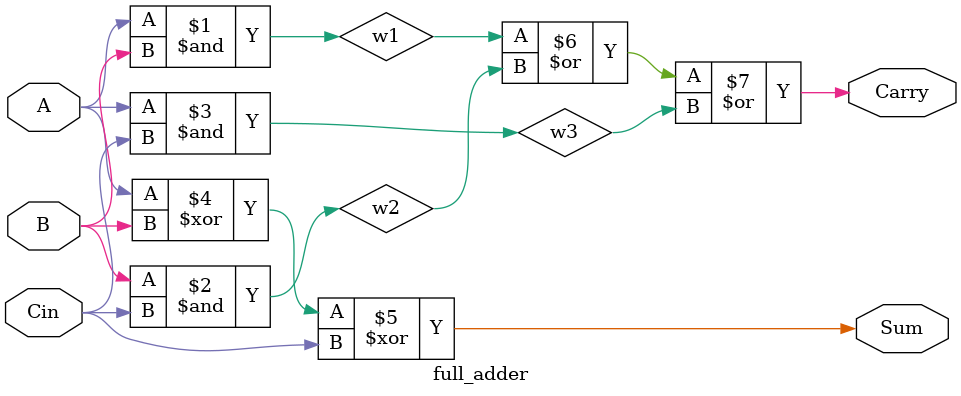
<source format=v>
`timescale 1ns / 1ps


module full_adder(  input A,
                    input B,
                    input Cin,
                    output Sum,
                    output Carry
    );
    
    wire w1, w2, w3;
    
    assign w1 = A & B;
    assign w2 = B & Cin;
    assign w3 = A & Cin;
    
    assign Sum = A ^ B ^ Cin;
    assign Carry = w1 | w2 | w3;
    
endmodule

</source>
